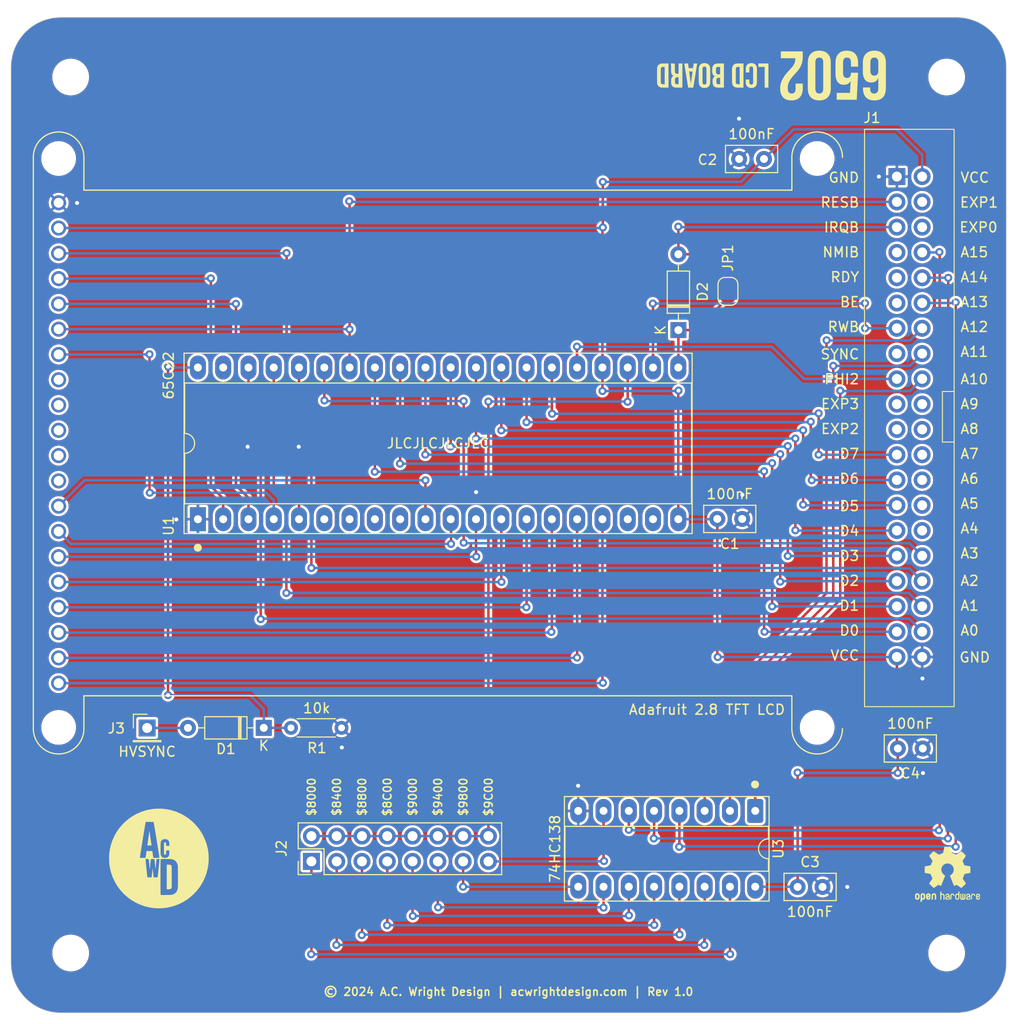
<source format=kicad_pcb>
(kicad_pcb (version 20241229) (generator "pcbnew") (generator_version "9.0")
  (title_block (title "6502 LCD Board") (date "2026-01-12") (rev "1.0") (company "A.C. Wright Design"))
  (layers (0 "F.Cu" signal "Top") (2 "B.Cu" signal "Bottom") (13 "F.Paste" user) (15 "B.Paste" user) (5 "F.SilkS" user "F.Silkscreen") (7 "B.SilkS" user "B.Silkscreen") (1 "F.Mask" user) (3 "B.Mask" user) (25 "Edge.Cuts" user))
  (net 0 "")
  (net 1 "GND")
  (net 2 "VCC")
  (net 3 "A0")
  (net 4 "A1")
  (net 5 "A2")
  (net 6 "A3")
  (net 7 "A10")
  (net 8 "A11")
  (net 9 "A12")
  (net 10 "A13")
  (net 11 "A14")
  (net 12 "A15")
  (net 13 "D0")
  (net 14 "D1")
  (net 15 "D2")
  (net 16 "D3")
  (net 17 "D4")
  (net 18 "D5")
  (net 19 "D6")
  (net 20 "D7")
  (net 21 "PHI2")
  (net 22 "RWB")
  (net 23 "RESB")
  (net 24 "IRQB")
  (net 25 "Net-(D1-K)")
  (net 26 "Net-(D1-A)")
  (net 27 "DB6")
  (net 29 "DB0")
  (net 30 "DB3")
  (net 31 "DB4")
  (net 34 "/$8000")
  (net 35 "CSB")
  (net 36 "/$9800")
  (net 37 "/$9000")
  (net 38 "/$8400")
  (net 39 "/$8800")
  (net 40 "/$8C00")
  (net 41 "/$9C00")
  (net 42 "/$9400")
  (net 43 "RD")
  (net 44 "DB2")
  (net 45 "DB5")
  (net 46 "WR")
  (net 47 "C{slash}D")
  (net 48 "DB1")
  (net 49 "DB7")
  (net 56 "/EXP3")
  (net 57 "/A5")
  (net 58 "/EXP2")
  (net 59 "/A4")
  (net 60 "/EXP1")
  (net 61 "/BE")
  (net 62 "Net-(D2-K)")
  (net 65 "/A7")
  (net 66 "/SYNC")
  (net 67 "/A8")
  (net 68 "/A9")
  (net 69 "/RDY")
  (net 70 "/A6")
  (net 71 "/NMIB")
  (net 72 "/EXP0")
  (net 74 "CS")
  (footprint "MountingHole:MountingHole_3.2mm_M3" (layer "F.Cu") (at 184 56)
    (property "Reference" "H2" (hide yes))
    (property "Value" "MountingHole" (hide yes))
  )
  (footprint "MountingHole:MountingHole_3.2mm_M3" (layer "F.Cu") (at 96 144)
    (property "Reference" "H4" (hide yes))
    (property "Value" "MountingHole" (hide yes))
  )
  (footprint "MountingHole:MountingHole_3.2mm_M3" (layer "F.Cu") (at 96 56)
    (property "Reference" "H1" (hide yes))
    (property "Value" "MountingHole" (hide yes))
  )
  (footprint "MountingHole:MountingHole_3.2mm_M3" (layer "F.Cu") (at 184 144)
    (property "Reference" "H3" (hide yes))
    (property "Value" "MountingHole" (hide yes))
  )
  (footprint "Capacitor_THT:C_Disc_D5.0mm_W2.5mm_P2.50mm" (layer "F.Cu") (at 169.03 137.36)
    (property "Reference" "C3")
    (property "Value" "100nF")
  )
  (footprint "Capacitor_THT:C_Disc_D5.0mm_W2.5mm_P2.50mm" (layer "F.Cu") (at 165.65 64.23 180)
    (property "Reference" "C2")
    (property "Value" "100nF")
  )
  (footprint "6502 Parts:Adafruit 2.8 TFT LCD" (layer "F.Cu") (at 132.89 92.76 90)
    (property "Reference" "U2" (hide yes))
    (property "Value" "Adafruit 2.8 TFT LCD")
  )
  (footprint "6502 Logos:6502 LCD Board Logo 5mm" (layer "F.Cu") (at 156.658475 55.849846 180)
    (property "Reference" "G***" (hide yes))
    (property "Value" "LOGO" (hide yes))
  )
  (footprint "Connector_PinHeader_2.54mm:PinHeader_1x01_P2.54mm_Vertical" (layer "F.Cu") (at 103.68 121.39)
    (property "Reference" "J3")
    (property "Value" "HVSYNC")
  )
  (footprint "Capacitor_THT:C_Disc_D5.0mm_W2.5mm_P2.50mm" (layer "F.Cu") (at 163.46 100.39 180)
    (property "Reference" "C1")
    (property "Value" "100nF")
  )
  (footprint "Resistor_THT:R_Axial_DIN0204_L3.6mm_D1.6mm_P5.08mm_Horizontal" (layer "F.Cu") (at 118.13 121.38)
    (property "Reference" "R1")
    (property "Value" "10k")
  )
  (footprint "Package_DIP:DIP-16_W7.62mm_Socket_LongPads" (layer "F.Cu") (at 164.77 129.72 -90)
    (property "Reference" "U3")
    (property "Value" "74HC138")
  )
  (footprint "Diode_THT:D_DO-35_SOD27_P7.62mm_Horizontal" (layer "F.Cu") (at 115.4 121.38 180)
    (property "Reference" "D1")
    (property "Value" "D_Schottky" (hide yes))
  )
  (footprint "A.C. Wright Logo:A.C. Wright Logo 10mm" (layer "F.Cu") (at 104.86 134.5)
    (property "Reference" "G***" (hide yes))
    (property "Value" "LOGO" (hide yes))
  )
  (footprint "Package_DIP:DIP-40_W15.24mm_Socket_LongPads" (layer "F.Cu") (at 108.78 100.42 90)
    (property "Reference" "U1")
    (property "Value" "65C22")
  )
  (footprint "Symbol:OSHW-Logo2_7.3x6mm_SilkScreen" (layer "F.Cu") (at 184.09 136.09)
    (property "Reference" "REF**" (hide yes))
    (property "Value" "OSHW-Logo2_7.3x6mm_SilkScreen" (hide yes))
  )
  (footprint "Capacitor_THT:C_Disc_D5.0mm_W2.5mm_P2.50mm" (layer "F.Cu") (at 181.6 123.45 180)
    (property "Reference" "C4")
    (property "Value" "100nF")
  )
  (footprint "Diode_THT:D_DO-35_SOD27_P7.62mm_Horizontal" (layer "F.Cu") (at 157.05 81.42 90)
    (property "Reference" "D2")
    (property "Value" "D_Schottky" (hide yes))
  )
  (footprint "Connector_PinHeader_2.54mm:PinHeader_2x08_P2.54mm_Vertical" (layer "F.Cu") (at 120.185 134.795 90)
    (property "Reference" "J2")
    (property "Value" "Conn_02x08_Odd_Even" (hide yes))
  )
  (footprint "6502 Parts:6502 Bus Connector" (layer "F.Cu") (at 179 66)
    (property "Reference" "J1")
    (property "Value" "6502 Bus" (hide yes))
  )
  (footprint "Jumper:SolderJumper-2_P1.3mm_Bridged_RoundedPad1.0x1.5mm" (layer "F.Cu") (at 162.03 77.53 90)
    (property "Reference" "JP1")
    (property "Value" "SolderJumper_2_Bridged" (hide yes))
  )
  (gr_circle (center 108.77 103.28) (end 108.97 103.28) (stroke (width 0.4)) (fill no) (layer "F.SilkS"))
  (gr_circle (center 164.75 127.07) (end 164.95 127.07) (stroke (width 0.4)) (fill no) (layer "F.SilkS"))
  (gr_line (start 90.0011 145.0036) (end 90.0011 55.0036) (stroke (width 0.05)) (layer "Edge.Cuts"))
  (gr_arc (start 95.0011 150.0036) (mid 91.465566 148.539134) (end 90.0011 145.0036) (stroke (width 0.05)) (layer "Edge.Cuts"))
  (gr_line (start 190.0011 55.0036) (end 190.0011 145.0036) (stroke (width 0.05)) (layer "Edge.Cuts"))
  (gr_arc (start 190.0011 145.0036) (mid 188.536634 148.539134) (end 185.0011 150.0036) (stroke (width 0.05)) (layer "Edge.Cuts"))
  (gr_arc (start 185.0011 50.0036) (mid 188.536634 51.468066) (end 190.0011 55.0036) (stroke (width 0.05)) (layer "Edge.Cuts"))
  (gr_line (start 95.0011 50.0036) (end 185.0011 50.0036) (stroke (width 0.05)) (layer "Edge.Cuts"))
  (gr_line (start 185.0011 150.0036) (end 95.0011 150.0036) (stroke (width 0.05)) (layer "Edge.Cuts"))
  (gr_arc (start 90.0011 55.0036) (mid 91.465566 51.468066) (end 95.0011 50.0036) (stroke (width 0.05)) (layer "Edge.Cuts"))
  (gr_text "VCC" (at 175.3 114.1 0) (layer "F.SilkS") (effects (font (size 1 1)) (justify right)))
  (gr_text "A10" (at 185.3 86.35 0) (layer "F.SilkS") (effects (font (size 1 1)) (justify left)))
  (gr_text "A2" (at 185.3 106.6 0) (layer "F.SilkS") (effects (font (size 1 1)) (justify left)))
  (gr_text "GND\n" (at 175.3 66.1 0) (layer "F.SilkS") (effects (font (size 1 1)) (justify right)))
  (gr_text "D0" (at 175.3 111.6 0) (layer "F.SilkS") (effects (font (size 1 1)) (justify right)))
  (gr_text "$8400" (at 122.74 128.31 90) (layer "F.SilkS") (effects (font (size 0.8 0.8))))
  (gr_text "$8000" (at 120.2 128.31 90) (layer "F.SilkS") (effects (font (size 0.8 0.8))))
  (gr_text "RWB" (at 175.3 81.1 0) (layer "F.SilkS") (effects (font (size 1 1)) (justify right)))
  (gr_text "BE" (at 175.3 78.6 0) (layer "F.SilkS") (effects (font (size 1 1)) (justify right)))
  (gr_text "RESB" (at 175.3 68.6 0) (layer "F.SilkS") (effects (font (size 1 1)) (justify right)))
  (gr_text "$9C00" (at 137.98 128.31 90) (layer "F.SilkS") (effects (font (size 0.8 0.8))))
  (gr_text "A3" (at 185.3 103.85 0) (layer "F.SilkS") (effects (font (size 1 1)) (justify left)))
  (gr_text "EXP2" (at 175.3 91.35 0) (layer "F.SilkS") (effects (font (size 1 1)) (justify right)))
  (gr_text "D5" (at 175.3 99.1 0) (layer "F.SilkS") (effects (font (size 1 1)) (justify right)))
  (gr_text "A13" (at 185.3 78.6 0) (layer "F.SilkS") (effects (font (size 1 1)) (justify left)))
  (gr_text "D2" (at 175.3 106.6 0) (layer "F.SilkS") (effects (font (size 1 1)) (justify right)))
  (gr_text "D3" (at 175.3 104.1 0) (layer "F.SilkS") (effects (font (size 1 1)) (justify right)))
  (gr_text "EXP0" (at 185.2 71.1 0) (layer "F.SilkS") (effects (font (size 1 1)) (justify left)))
  (gr_text "A6" (at 185.3 96.35 0) (layer "F.SilkS") (effects (font (size 1 1)) (justify left)))
  (gr_text "A7" (at 185.3 93.85 0) (layer "F.SilkS") (effects (font (size 1 1)) (justify left)))
  (gr_text "$8C00" (at 127.82 128.31 90) (layer "F.SilkS") (effects (font (size 0.8 0.8))))
  (gr_text "JLCJLCJLCJLC" (at 132.905 92.795 0) (layer "F.SilkS") (effects (font (size 1 1))))
  (gr_text "A0" (at 185.3 111.6 0) (layer "F.SilkS") (effects (font (size 1 1)) (justify left)))
  (gr_text "D7" (at 175.3 93.85 0) (layer "F.SilkS") (effects (font (size 1 1)) (justify right)))
  (gr_text "D6" (at 175.3 96.35 0) (layer "F.SilkS") (effects (font (size 1 1)) (justify right)))
  (gr_text "$9000" (at 130.36 128.31 90) (layer "F.SilkS") (effects (font (size 0.8 0.8))))
  (gr_text "A11" (at 185.3 83.6 0) (layer "F.SilkS") (effects (font (size 1 1)) (justify left)))
  (gr_text "A12" (at 185.3 81.1 0) (layer "F.SilkS") (effects (font (size 1 1)) (justify left)))
  (gr_text "SYNC" (at 175.3 83.85 0) (layer "F.SilkS") (effects (font (size 1 1)) (justify right)))
  (gr_text "D4" (at 175.3 101.6 0) (layer "F.SilkS") (effects (font (size 1 1)) (justify right)))
  (gr_text "IRQB" (at 175.3 71.1 0) (layer "F.SilkS") (effects (font (size 1 1)) (justify right)))
  (gr_text "A9" (at 185.3 88.85 0) (layer "F.SilkS") (effects (font (size 1 1)) (justify left)))
  (gr_text "A14" (at 185.3 76.1 0) (layer "F.SilkS") (effects (font (size 1 1)) (justify left)))
  (gr_text "EXP1" (at 185.25 68.6 0) (layer "F.SilkS") (effects (font (size 1 1)) (justify left)))
  (gr_text "GND\n" (at 185.2 114.3 0) (layer "F.SilkS") (effects (font (size 1 1)) (justify left)))
  (gr_text "A1" (at 185.3 109.1 0) (layer "F.SilkS") (effects (font (size 1 1)) (justify left)))
  (gr_text "RDY" (at 175.3 76.1 0) (layer "F.SilkS") (effects (font (size 1 1)) (justify right)))
  (gr_text "A8" (at 185.3 91.35 0) (layer "F.SilkS") (effects (font (size 1 1)) (justify left)))
  (gr_text "NMIB" (at 175.3 73.6 0) (layer "F.SilkS") (effects (font (size 1 1)) (justify right)))
  (gr_text "D1" (at 175.3 109.1 0) (layer "F.SilkS") (effects (font (size 1 1)) (justify right)))
  (gr_text "EXP3" (at 175.3 88.85 0) (layer "F.SilkS") (effects (font (size 1 1)) (justify right)))
  (gr_text "$9800" (at 135.44 128.31 90) (layer "F.SilkS") (effects (font (size 0.8 0.8))))
  (gr_text "VCC" (at 185.3 66.1 0) (layer "F.SilkS") (effects (font (size 1 1)) (justify left)))
  (gr_text "$8800" (at 125.28 128.31 90) (layer "F.SilkS") (effects (font (size 0.8 0.8))))
  (gr_text "A15" (at 185.3 73.6 0) (layer "F.SilkS") (effects (font (size 1 1)) (justify left)))
  (gr_text "PHI2" (at 175.3 86.35 0) (layer "F.SilkS") (effects (font (size 1 1)) (justify right)))
  (gr_text "$9400" (at 132.9 128.31 90) (layer "F.SilkS") (effects (font (size 0.8 0.8))))
  (gr_text "© 2024 A.C. Wright Design | acwrightdesign.com | Rev 1.0" (at 139.98 147.89 0) (layer "F.SilkS") (effects (font (size 0.8 0.8))))
  (gr_text "A5" (at 185.3 98.85 0) (layer "F.SilkS") (effects (font (size 1 1)) (justify left)))
  (gr_text "A4" (at 185.3 101.35 0) (layer "F.SilkS") (effects (font (size 1 1)) (justify left)))
  (via (at 163.48 97.97) (size 0.8) (drill 0.4) (layers "F.Cu" "B.Cu") (net 1))
  (via (at 181.62 125.92) (size 0.8) (drill 0.4) (layers "F.Cu" "B.Cu") (net 1))
  (via (at 113.78 93.14) (size 0.8) (drill 0.4) (layers "F.Cu" "B.Cu") (net 1))
  (via (at 177.19 66) (size 0.8) (drill 0.4) (layers "F.Cu" "B.Cu") (net 1))
  (via (at 181.57 116.42) (size 0.8) (drill 0.4) (layers "F.Cu" "B.Cu") (net 1))
  (via (at 96.64 68.65) (size 0.8) (drill 0.4) (layers "F.Cu" "B.Cu") (net 1))
  (via (at 163.14 60.18) (size 0.8) (drill 0.4) (layers "F.Cu" "B.Cu") (net 1))
  (via (at 106.61 100.45) (size 0.8) (drill 0.4) (layers "F.Cu" "B.Cu") (net 1))
  (via (at 174.02 137.36) (size 0.8) (drill 0.4) (layers "F.Cu" "B.Cu") (net 1))
  (via (at 136.73 97.7) (size 0.8) (drill 0.4) (layers "F.Cu" "B.Cu") (net 1))
  (via (at 118.91 93.14) (size 0.8) (drill 0.4) (layers "F.Cu" "B.Cu") (net 1))
  (via (at 123.24 123.35) (size 0.8) (drill 0.4) (layers "F.Cu" "B.Cu") (net 1))
  (via (at 146.98 127.2) (size 0.8) (drill 0.4) (layers "F.Cu" "B.Cu") (net 1))
  (segment (start 160.96 114.23) (end 160.96 100.39) (width 0.25) (layer "F.Cu") (net 2))
  (segment (start 157.06 87.5) (end 157.04 87.52) (width 0.25) (layer "F.Cu") (net 2))
  (segment (start 149.46 71.11) (end 149.42 71.15) (width 0.25) (layer "F.Cu") (net 2))
  (segment (start 179 114.26) (end 179 123.35) (width 0.25) (layer "F.Cu") (net 2))
  (segment (start 157.04 87.52) (end 157.04 100.42) (width 0.25) (layer "F.Cu") (net 2))
  (segment (start 149.42 71.15) (end 149.42 85.18) (width 0.25) (layer "F.Cu") (net 2))
  (segment (start 179.09 123.46) (end 179.1 123.45) (width 0.25) (layer "F.Cu") (net 2))
  (segment (start 179.09 125.91) (end 179.09 123.46) (width 0.25) (layer "F.Cu") (net 2))
  (segment (start 179 123.35) (end 179.1 123.45) (width 0.25) (layer "F.Cu") (net 2))
  (segment (start 149.42 85.18) (end 149.42 87.54) (width 0.25) (layer "F.Cu") (net 2))
  (segment (start 161 114.27) (end 160.96 114.23) (width 0.25) (layer "F.Cu") (net 2))
  (segment (start 169.03 137.36) (end 169.03 125.88) (width 0.25) (layer "F.Cu") (net 2))
  (segment (start 149.46 71.11) (end 149.46 66.53) (width 0.25) (layer "F.Cu") (net 2))
  (segment (start 169.03 125.88) (end 169.02 125.87) (width 0.25) (layer "F.Cu") (net 2))
  (via (at 149.42 87.54) (size 0.8) (drill 0.4) (layers "F.Cu" "B.Cu") (net 2))
  (via (at 179.09 125.91) (size 0.8) (drill 0.4) (layers "F.Cu" "B.Cu") (net 2))
  (via (at 169.02 125.87) (size 0.8) (drill 0.4) (layers "F.Cu" "B.Cu") (net 2))
  (via (at 149.46 66.53) (size 0.8) (drill 0.4) (layers "F.Cu" "B.Cu") (net 2))
  (via (at 149.46 71.11) (size 0.8) (drill 0.4) (layers "F.Cu" "B.Cu") (net 2))
  (via (at 157.06 87.5) (size 0.8) (drill 0.4) (layers "F.Cu" "B.Cu") (net 2))
  (via (at 161 114.27) (size 0.8) (drill 0.4) (layers "F.Cu" "B.Cu") (net 2))
  (segment (start 169.02 125.87) (end 169.06 125.91) (width 0.25) (layer "B.Cu") (net 2))
  (segment (start 157.02 87.54) (end 157.06 87.5) (width 0.25) (layer "B.Cu") (net 2))
  (segment (start 168.63 61.25) (end 179 61.25) (width 0.25) (layer "B.Cu") (net 2))
  (segment (start 181.54 63.79) (end 181.54 66) (width 0.25) (layer "B.Cu") (net 2))
  (segment (start 160.93 100.42) (end 160.96 100.39) (width 0.25) (layer "B.Cu") (net 2))
  (segment (start 163.35 66.53) (end 165.65 64.23) (width 0.25) (layer "B.Cu") (net 2))
  (segment (start 157.04 100.42) (end 160.93 100.42) (width 0.25) (layer "B.Cu") (net 2))
  (segment (start 169.01 137.34) (end 169.03 137.36) (width 0.25) (layer "B.Cu") (net 2))
  (segment (start 149.4 71.17) (end 149.46 71.11) (width 0.25) (layer "B.Cu") (net 2))
  (segment (start 169.06 125.91) (end 179.09 125.91) (width 0.25) (layer "B.Cu") (net 2))
  (segment (start 164.77 137.34) (end 169.01 137.34) (width 0.25) (layer "B.Cu") (net 2))
  (segment (start 179 61.25) (end 181.54 63.79) (width 0.25) (layer "B.Cu") (net 2))
  (segment (start 161.01 114.26) (end 161 114.27) (width 0.25) (layer "B.Cu") (net 2))
  (segment (start 179 114.26) (end 161.01 114.26) (width 0.25) (layer "B.Cu") (net 2))
  (segment (start 165.65 64.23) (end 168.63 61.25) (width 0.25) (layer "B.Cu") (net 2))
  (segment (start 94.79 71.17) (end 149.4 71.17) (width 0.25) (layer "B.Cu") (net 2))
  (segment (start 149.42 87.54) (end 157.02 87.54) (width 0.25) (layer "B.Cu") (net 2))
  (segment (start 149.46 66.53) (end 163.35 66.53) (width 0.25) (layer "B.Cu") (net 2))
  (segment (start 115.09 110.46) (end 115.09 89.66) (width 0.25) (layer "F.Cu") (net 3))
  (segment (start 113.86 88.43) (end 113.86 85.18) (width 0.25) (layer "F.Cu") (net 3))
  (segment (start 115.09 89.66) (end 113.86 88.43) (width 0.25) (layer "F.Cu") (net 3))
  (via (at 115.09 110.46) (size 0.8) (drill 0.4) (layers "F.Cu" "B.Cu") (net 3))
  (segment (start 180.23 110.41) (end 179.08 110.41) (width 0.25) (layer "B.Cu") (net 3))
  (segment (start 115.14 110.41) (end 115.09 110.46) (width 0.25) (layer "B.Cu") (net 3))
  (segment (start 179.08 110.41) (end 115.14 110.41) (width 0.25) (layer "B.Cu") (net 3))
  (segment (start 181.54 111.72) (end 180.23 110.41) (width 0.25) (layer "B.Cu") (net 3))
  (segment (start 116.4 97.31) (end 116.4 85.18) (width 0.25) (layer "F.Cu") (net 4))
  (segment (start 117.67 98.58) (end 116.4 97.31) (width 0.25) (layer "F.Cu") (net 4))
  (segment (start 117.67 107.83) (end 117.67 98.58) (width 0.25) (layer "F.Cu") (net 4))
  (via (at 117.67 107.83) (size 0.8) (drill 0.4) (layers "F.Cu" "B.Cu") (net 4))
  (segment (start 181.54 109.18) (end 180.19 107.83) (width 0.25) (layer "B.Cu") (net 4))
  (segment (start 179.11 107.83) (end 117.67 107.83) (width 0.25) (layer "B.Cu") (net 4))
  (segment (start 180.19 107.83) (end 179.11 107.83) (width 0.25) (layer "B.Cu") (net 4))
  (segment (start 118.94 87.38) (end 118.94 85.18) (width 0.25) (layer "F.Cu") (net 5))
  (segment (start 120.18 105.32) (end 120.18 88.62) (width 0.25) (layer "F.Cu") (net 5))
  (segment (start 120.18 88.62) (end 118.94 87.38) (width 0.25) (layer "F.Cu") (net 5))
  (via (at 120.18 105.32) (size 0.8) (drill 0.4) (layers "F.Cu" "B.Cu") (net 5))
  (segment (start 179.03 105.32) (end 120.18 105.32) (width 0.25) (layer "B.Cu") (net 5))
  (segment (start 181.54 106.64) (end 180.26 105.36) (width 0.25) (layer "B.Cu") (net 5))
  (segment (start 179.07 105.36) (end 179.03 105.32) (width 0.25) (layer "B.Cu") (net 5))
  (segment (start 180.26 105.36) (end 179.07 105.36) (width 0.25) (layer "B.Cu") (net 5))
  (segment (start 121.48 88.48) (end 121.48 85.18) (width 0.25) (layer "F.Cu") (net 6))
  (segment (start 121.49 88.49) (end 121.48 88.48) (width 0.25) (layer "F.Cu") (net 6))
  (segment (start 135.48 102.78) (end 135.48 88.55) (width 0.25) (layer "F.Cu") (net 6))
  (via (at 135.48 88.55) (size 0.8) (drill 0.4) (layers "F.Cu" "B.Cu") (net 6))
  (via (at 135.48 102.78) (size 0.8) (drill 0.4) (layers "F.Cu" "B.Cu") (net 6))
  (via (at 121.49 88.49) (size 0.8) (drill 0.4) (layers "F.Cu" "B.Cu") (net 6))
  (segment (start 181.54 104.1) (end 180.27 102.83) (width 0.25) (layer "B.Cu") (net 6))
  (segment (start 135.48 88.55) (end 121.55 88.55) (width 0.25) (layer "B.Cu") (net 6))
  (segment (start 179.24 102.83) (end 135.53 102.83) (width 0.25) (layer "B.Cu") (net 6))
  (segment (start 180.27 102.83) (end 179.24 102.83) (width 0.25) (layer "B.Cu") (net 6))
  (segment (start 121.55 88.55) (end 121.49 88.49) (width 0.25) (layer "B.Cu") (net 6))
  (segment (start 135.53 102.83) (end 135.48 102.78) (width 0.25) (layer "B.Cu") (net 6))
  (segment (start 164.77 117.04) (end 164.77 129.72) (width 0.25) (layer "F.Cu") (net 7))
  (segment (start 173.31 108.5) (end 164.77 117.04) (width 0.25) (layer "F.Cu") (net 7))
  (segment (start 173.31 87.51) (end 173.31 108.5) (width 0.25) (layer "F.Cu") (net 7))
  (via (at 173.31 87.51) (size 0.8) (drill 0.4) (layers "F.Cu" "B.Cu") (net 7))
  (segment (start 173.35 87.55) (end 173.31 87.51) (width 0.25) (layer "B.Cu") (net 7))
  (segment (start 180.31 87.55) (end 178.88 87.55) (width 0.25) (layer "B.Cu") (net 7))
  (segment (start 181.54 86.32) (end 180.31 87.55) (width 0.25) (layer "B.Cu") (net 7))
  (segment (start 178.88 87.55) (end 173.35 87.55) (width 0.25) (layer "B.Cu") (net 7))
  (segment (start 172.61 85.01) (end 172.61 108.22) (width 0.25) (layer "F.Cu") (net 8))
  (segment (start 162.23 118.6) (end 162.23 129.72) (width 0.25) (layer "F.Cu") (net 8))
  (segment (start 172.61 108.22) (end 162.23 118.6) (width 0.25) (layer "F.Cu") (net 8))
  (via (at 172.61 85.01) (size 0.8) (drill 0.4) (layers "F.Cu" "B.Cu") (net 8))
  (segment (start 181.54 83.78) (end 180.3 85.02) (width 0.25) (layer "B.Cu") (net 8))
  (segment (start 172.62 85.02) (end 172.61 85.01) (width 0.25) (layer "B.Cu") (net 8))
  (segment (start 180.3 85.02) (end 179.1 85.02) (width 0.25) (layer "B.Cu") (net 8))
  (segment (start 179.1 85.02) (end 172.62 85.02) (width 0.25) (layer "B.Cu") (net 8))
  (segment (start 171.94 82.44) (end 171.93 82.45) (width 0.25) (layer "F.Cu") (net 9))
  (segment (start 159.69 120.09) (end 159.69 129.72) (width 0.25) (layer "F.Cu") (net 9))
  (segment (start 171.93 107.85) (end 159.69 120.09) (width 0.25) (layer "F.Cu") (net 9))
  (segment (start 171.93 82.45) (end 171.93 107.85) (width 0.25) (layer "F.Cu") (net 9))
  (via (at 171.94 82.44) (size 0.8) (drill 0.4) (layers "F.Cu" "B.Cu") (net 9))
  (segment (start 181.54 81.24) (end 180.31 82.47) (width 0.25) (layer "B.Cu") (net 9))
  (segment (start 178.88 82.47) (end 171.97 82.47) (width 0.25) (layer "B.Cu") (net 9))
  (segment (start 171.97 82.47) (end 171.94 82.44) (width 0.25) (layer "B.Cu") (net 9))
  (segment (start 180.31 82.47) (end 178.88 82.47) (width 0.25) (layer "B.Cu") (net 9))
  (segment (start 157.13 133.33) (end 157.13 133.11) (width 0.25) (layer "F.Cu") (net 10))
  (segment (start 184.91 78.63) (end 184.91 133.33) (width 0.25) (layer "F.Cu") (net 10))
  (segment (start 157.13 133.11) (end 157.15 133.09) (width 0.25) (layer "F.Cu") (net 10))
  (segment (start 157.15 133.09) (end 157.15 129.72) (width 0.25) (layer "F.Cu") (net 10))
  (via (at 184.91 78.63) (size 0.8) (drill 0.4) (layers "F.Cu" "B.Cu") (net 10))
  (via (at 157.13 133.33) (size 0.8) (drill 0.4) (layers "F.Cu" "B.Cu") (net 10))
  (via (at 184.91 133.33) (size 0.8) (drill 0.4) (layers "F.Cu" "B.Cu") (net 10))
  (segment (start 157.17 133.29) (end 184.87 133.29) (width 0.25) (layer "B.Cu") (net 10))
  (segment (start 184.87 133.29) (end 184.91 133.33) (width 0.25) (layer "B.Cu") (net 10))
  (segment (start 181.54 78.7) (end 184.84 78.7) (width 0.25) (layer "B.Cu") (net 10))
  (segment (start 184.84 78.7) (end 184.91 78.63) (width 0.25) (layer "B.Cu") (net 10))
  (segment (start 157.13 133.33) (end 157.17 133.29) (width 0.25) (layer "B.Cu") (net 10))
  (segment (start 154.58 132.04) (end 154.61 132.01) (width 0.25) (layer "F.Cu") (net 11))
  (segment (start 184.16 95.24) (end 184.13 95.27) (width 0.25) (layer "F.Cu") (net 11))
  (segment (start 184.16 76.17) (end 184.16 95.24) (width 0.25) (layer "F.Cu") (net 11))
  (segment (start 184.13 95.27) (end 184.13 132.49) (width 0.25) (layer "F.Cu") (net 11))
  (segment (start 154.61 132.01) (end 154.61 129.72) (width 0.25) (layer "F.Cu") (net 11))
  (segment (start 154.58 132.49) (end 154.58 132.04) (width 0.25) (layer "F.Cu") (net 11))
  (via (at 154.58 132.49) (size 0.8) (drill 0.4) (layers "F.Cu" "B.Cu") (net 11))
  (via (at 184.16 76.17) (size 0.8) (drill 0.4) (layers "F.Cu" "B.Cu") (net 11))
  (via (at 184.13 132.49) (size 0.8) (drill 0.4) (layers "F.Cu" "B.Cu") (net 11))
  (segment (start 184.13 132.49) (end 154.58 132.49) (width 0.25) (layer "B.Cu") (net 11))
  (segment (start 184.15 76.16) (end 184.16 76.17) (width 0.25) (layer "B.Cu") (net 11))
  (segment (start 181.54 76.16) (end 184.15 76.16) (width 0.25) (layer "B.Cu") (net 11))
  (segment (start 152.07 131.62) (end 152.07 129.72) (width 0.25) (layer "F.Cu") (net 12))
  (segment (start 183.22 131.67) (end 183.25 131.67) (width 0.25) (layer "F.Cu") (net 12))
  (segment (start 183.25 131.67) (end 183.3 131.62) (width 0.25) (layer "F.Cu") (net 12))
  (segment (start 183.3 131.62) (end 183.3 73.61) (width 0.25) (layer "F.Cu") (net 12))
  (segment (start 183.3 73.61) (end 183.27 73.58) (width 0.25) (layer "F.Cu") (net 12))
  (via (at 152.07 131.62) (size 0.8) (drill 0.4) (layers "F.Cu" "B.Cu") (net 12))
  (via (at 183.27 73.58) (size 0.8) (drill 0.4) (layers "F.Cu" "B.Cu") (net 12))
  (via (at 183.22 131.67) (size 0.8) (drill 0.4) (layers "F.Cu" "B.Cu") (net 12))
  (segment (start 181.54 73.62) (end 183.23 73.62) (width 0.25) (layer "B.Cu") (net 12))
  (segment (start 183.22 131.67) (end 152.12 131.67) (width 0.25) (layer "B.Cu") (net 12))
  (segment (start 183.23 73.62) (end 183.27 73.58) (width 0.25) (layer "B.Cu") (net 12))
  (segment (start 152.12 131.67) (end 152.07 131.62) (width 0.25) (layer "B.Cu") (net 12))
  (segment (start 126.56 85.18) (end 126.56 95.64) (width 0.25) (layer "F.Cu") (net 13))
  (segment (start 126.56 95.64) (end 126.55 95.65) (width 0.25) (layer "F.Cu") (net 13))
  (segment (start 165.66 111.68) (end 165.7 111.72) (width 0.25) (layer "F.Cu") (net 13))
  (segment (start 165.66 95.6) (end 165.66 111.68) (width 0.25) (layer "F.Cu") (net 13))
  (via (at 165.66 95.6) (size 0.8) (drill 0.4) (layers "F.Cu" "B.Cu") (net 13))
  (via (at 126.55 95.65) (size 0.8) (drill 0.4) (layers "F.Cu" "B.Cu") (net 13))
  (via (at 165.7 111.72) (size 0.8) (drill 0.4) (layers "F.Cu" "B.Cu") (net 13))
  (segment (start 165.7 111.72) (end 179 111.72) (width 0.25) (layer "B.Cu") (net 13))
  (segment (start 165.61 95.65) (end 165.66 95.6) (width 0.25) (layer "B.Cu") (net 13))
  (segment (start 126.55 95.65) (end 165.61 95.65) (width 0.25) (layer "B.Cu") (net 13))
  (segment (start 129.1 94.82) (end 129.08 94.84) (width 0.25) (layer "F.Cu") (net 14))
  (segment (start 166.47 94.79) (end 166.47 109.18) (width 0.25) (layer "F.Cu") (net 14))
  (segment (start 129.1 85.18) (end 129.1 94.82) (width 0.25) (layer "F.Cu") (net 14))
  (via (at 166.47 94.79) (size 0.8) (drill 0.4) (layers "F.Cu" "B.Cu") (net 14))
  (via (at 129.08 94.84) (size 0.8) (drill 0.4) (layers "F.Cu" "B.Cu") (net 14))
  (via (at 166.47 109.18) (size 0.8) (drill 0.4) (layers "F.Cu" "B.Cu") (net 14))
  (segment (start 129.08 94.84) (end 166.42 94.84) (width 0.25) (layer "B.Cu") (net 14))
  (segment (start 166.42 94.84) (end 166.47 94.79) (width 0.25) (layer "B.Cu") (net 14))
  (segment (start 166.47 109.18) (end 179 109.18) (width 0.25) (layer "B.Cu") (net 14))
  (segment (start 167.28 93.88) (end 167.28 106.69) (width 0.25) (layer "F.Cu") (net 15))
  (segment (start 131.64 85.18) (end 131.64 93.91) (width 0.25) (layer "F.Cu") (net 15))
  (segment (start 131.64 93.91) (end 131.62 93.93) (width 0.25) (layer "F.Cu") (net 15))
  (via (at 131.62 93.93) (size 0.8) (drill 0.4) (layers "F.Cu" "B.Cu") (net 15))
  (via (at 167.28 93.88) (size 0.8) (drill 0.4) (layers "F.Cu" "B.Cu") (net 15))
  (via (at 167.28 106.69) (size 0.8) (drill 0.4) (layers "F.Cu" "B.Cu") (net 15))
  (segment (start 167.28 106.69) (end 167.33 106.64) (width 0.25) (layer "B.Cu") (net 15))
  (segment (start 167.33 106.64) (end 179 106.64) (width 0.25) (layer "B.Cu") (net 15))
  (segment (start 167.23 93.93) (end 167.28 93.88) (width 0.25) (layer "B.Cu") (net 15))
  (segment (start 131.62 93.93) (end 167.23 93.93) (width 0.25) (layer "B.Cu") (net 15))
  (segment (start 168.04 93.07) (end 168.04 104.11) (width 0.25) (layer "F.Cu") (net 16))
  (segment (start 134.18 93.09) (end 134.15 93.12) (width 0.25) (layer "F.Cu") (net 16))
  (segment (start 134.18 85.18) (end 134.18 93.09) (width 0.25) (layer "F.Cu") (net 16))
  (via (at 134.15 93.12) (size 0.8) (drill 0.4) (layers "F.Cu" "B.Cu") (net 16))
  (via (at 168.04 93.07) (size 0.8) (drill 0.4) (layers "F.Cu" "B.Cu") (net 16))
  (via (at 168.04 104.11) (size 0.8) (drill 0.4) (layers "F.Cu" "B.Cu") (net 16))
  (segment (start 168.04 104.11) (end 169.1 104.11) (width 0.25) (layer "B.Cu") (net 16))
  (segment (start 167.99 93.12) (end 168.04 93.07) (width 0.25) (layer "B.Cu") (net 16))
  (segment (start 169.11 104.1) (end 179 104.1) (width 0.25) (layer "B.Cu") (net 16))
  (segment (start 169.1 104.11) (end 169.11 104.1) (width 0.25) (layer "B.Cu") (net 16))
  (segment (start 134.15 93.12) (end 167.99 93.12) (width 0.25) (layer "B.Cu") (net 16))
  (segment (start 168.8 92.31) (end 168.8 101.53) (width 0.25) (layer "F.Cu") (net 17))
  (segment (start 136.72 85.18) (end 136.72 92.3) (width 0.25) (layer "F.Cu") (net 17))
  (segment (start 136.72 92.3) (end 136.73 92.31) (width 0.25) (layer "F.Cu") (net 17))
  (via (at 168.8 92.31) (size 0.8) (drill 0.4) (layers "F.Cu" "B.Cu") (net 17))
  (via (at 168.8 101.53) (size 0.8) (drill 0.4) (layers "F.Cu" "B.Cu") (net 17))
  (via (at 136.73 92.31) (size 0.8) (drill 0.4) (layers "F.Cu" "B.Cu") (net 17))
  (segment (start 168.83 101.56) (end 179 101.56) (width 0.25) (layer "B.Cu") (net 17))
  (segment (start 168.8 101.53) (end 168.83 101.56) (width 0.25) (layer "B.Cu") (net 17))
  (segment (start 136.73 92.31) (end 168.8 92.31) (width 0.25) (layer "B.Cu") (net 17))
  (segment (start 169.58 91.48) (end 169.58 98.96) (width 0.25) (layer "F.Cu") (net 18))
  (segment (start 139.26 85.18) (end 139.26 91.5) (width 0.25) (layer "F.Cu") (net 18))
  (via (at 169.58 98.96) (size 0.8) (drill 0.4) (layers "F.Cu" "B.Cu") (net 18))
  (via (at 169.58 91.48) (size 0.8) (drill 0.4) (layers "F.Cu" "B.Cu") (net 18))
  (via (at 139.26 91.5) (size 0.8) (drill 0.4) (layers "F.Cu" "B.Cu") (net 18))
  (segment (start 169.58 91.48) (end 169.42 91.48) (width 0.25) (layer "B.Cu") (net 18))
  (segment (start 169.64 99.02) (end 179 99.02) (width 0.25) (layer "B.Cu") (net 18))
  (segment (start 169.42 91.48) (end 169.4 91.5) (width 0.25) (layer "B.Cu") (net 18))
  (segment (start 169.58 98.96) (end 169.64 99.02) (width 0.25) (layer "B.Cu") (net 18))
  (segment (start 169.4 91.5) (end 139.26 91.5) (width 0.25) (layer "B.Cu") (net 18))
  (segment (start 141.8 85.18) (end 141.8 90.66) (width 0.25) (layer "F.Cu") (net 19))
  (segment (start 141.8 90.66) (end 141.79 90.67) (width 0.25) (layer "F.Cu") (net 19))
  (segment (start 170.35 90.62) (end 170.35 96.4) (width 0.25) (layer "F.Cu") (net 19))
  (segment (start 170.35 96.4) (end 170.45 96.5) (width 0.25) (layer "F.Cu") (net 19))
  (via (at 170.45 96.5) (size 0.8) (drill 0.4) (layers "F.Cu" "B.Cu") (net 19))
  (via (at 141.79 90.67) (size 0.8) (drill 0.4) (layers "F.Cu" "B.Cu") (net 19))
  (via (at 170.35 90.62) (size 0.8) (drill 0.4) (layers "F.Cu" "B.Cu") (net 19))
  (segment (start 170.45 96.5) (end 170.47 96.48) (width 0.25) (layer "B.Cu") (net 19))
  (segment (start 170.47 96.48) (end 179 96.48) (width 0.25) (layer "B.Cu") (net 19))
  (segment (start 141.79 90.67) (end 170.3 90.67) (width 0.25) (layer "B.Cu") (net 19))
  (segment (start 170.3 90.67) (end 170.35 90.62) (width 0.25) (layer "B.Cu") (net 19))
  (segment (start 144.34 85.18) (end 144.34 89.81) (width 0.25) (layer "F.Cu") (net 20))
  (segment (start 171.14 89.78) (end 171.14 93.94) (width 0.25) (layer "F.Cu") (net 20))
  (segment (start 144.34 89.81) (end 144.36 89.83) (width 0.25) (layer "F.Cu") (net 20))
  (via (at 171.14 89.78) (size 0.8) (drill 0.4) (layers "F.Cu" "B.Cu") (net 20))
  (via (at 144.36 89.83) (size 0.8) (drill 0.4) (layers "F.Cu" "B.Cu") (net 20))
  (via (at 171.14 93.94) (size 0.8) (drill 0.4) (layers "F.Cu" "B.Cu") (net 20))
  (segment (start 171.09 89.83) (end 171.14 89.78) (width 0.25) (layer "B.Cu") (net 20))
  (segment (start 171.14 93.94) (end 179 93.94) (width 0.25) (layer "B.Cu") (net 20))
  (segment (start 144.36 89.83) (end 171.09 89.83) (width 0.25) (layer "B.Cu") (net 20))
  (segment (start 146.86 85.16) (end 146.88 85.18) (width 0.25) (layer "F.Cu") (net 21))
  (segment (start 146.86 83.08) (end 146.86 85.16) (width 0.25) (layer "F.Cu") (net 21))
  (via (at 146.86 83.08) (size 0.8) (drill 0.4) (layers "F.Cu" "B.Cu") (net 21))
  (segment (start 179 86.32) (end 169.67 86.32) (width 0.25) (layer "B.Cu") (net 21))
  (segment (start 169.67 86.32) (end 166.45 83.1) (width 0.25) (layer "B.Cu") (net 21))
  (segment (start 146.88 83.1) (end 146.86 83.08) (width 0.25) (layer "B.Cu") (net 21))
  (segment (start 166.45 83.1) (end 146.88 83.1) (width 0.25) (layer "B.Cu") (net 21))
  (segment (start 154.5 78.77) (end 154.48 78.75) (width 0.25) (layer "F.Cu") (net 22))
  (segment (start 154.5 85.18) (end 154.5 78.77) (width 0.25) (layer "F.Cu") (net 22))
  (segment (start 175.8 78.72) (end 175.8 81.24) (width 0.25) (layer "F.Cu") (net 22))
  (via (at 154.48 78.75) (size 0.8) (drill 0.4) (layers "F.Cu" "B.Cu") (net 22))
  (via (at 175.8 78.72) (size 0.8) (drill 0.4) (layers "F.Cu" "B.Cu") (net 22))
  (via (at 175.8 81.24) (size 0.8) (drill 0.4) (layers "F.Cu" "B.Cu") (net 22))
  (segment (start 175.8 81.24) (end 179 81.24) (width 0.25) (layer "B.Cu") (net 22))
  (segment (start 154.48 78.75) (end 175.77 78.75) (width 0.25) (layer "B.Cu") (net 22))
  (segment (start 175.77 78.75) (end 175.8 78.72) (width 0.25) (layer "B.Cu") (net 22))
  (segment (start 124.02 68.51) (end 124.02 81.34) (width 0.25) (layer "F.Cu") (net 23))
  (segment (start 123.98 68.47) (end 124.02 68.51) (width 0.25) (layer "F.Cu") (net 23))
  (segment (start 124.02 81.34) (end 124.02 85.18) (width 0.25) (layer "F.Cu") (net 23))
  (via (at 123.98 68.47) (size 0.8) (drill 0.4) (layers "F.Cu" "B.Cu") (net 23))
  (via (at 124.02 81.34) (size 0.8) (drill 0.4) (layers "F.Cu" "B.Cu") (net 23))
  (segment (start 124.05 68.54) (end 123.98 68.47) (width 0.25) (layer "B.Cu") (net 23))
  (segment (start 94.79 81.33) (end 124.01 81.33) (width 0.25) (layer "B.Cu") (net 23))
  (segment (start 179 68.54) (end 124.05 68.54) (width 0.25) (layer "B.Cu") (net 23))
  (segment (start 124.01 81.33) (end 124.02 81.34) (width 0.25) (layer "B.Cu") (net 23))
  (segment (start 158.95 73.8) (end 162.03 76.88) (width 0.25) (layer "F.Cu") (net 24))
  (segment (start 157.05 73.8) (end 158.95 73.8) (width 0.25) (layer "F.Cu") (net 24))
  (segment (start 157.05 71.04) (end 157.05 73.8) (width 0.25) (layer "F.Cu") (net 24))
  (segment (start 157.04 71.03) (end 157.05 71.04) (width 0.25) (layer "F.Cu") (net 24))
  (via (at 157.04 71.03) (size 0.8) (drill 0.4) (layers "F.Cu" "B.Cu") (net 24))
  (segment (start 157.09 71.08) (end 157.04 71.03) (width 0.25) (layer "B.Cu") (net 24))
  (segment (start 179 71.08) (end 157.09 71.08) (width 0.25) (layer "B.Cu") (net 24))
  (segment (start 105.78 85.1) (end 105.78 118.09) (width 0.25) (layer "F.Cu") (net 25))
  (via (at 105.78 85.1) (size 0.8) (drill 0.4) (layers "F.Cu" "B.Cu") (net 25))
  (via (at 105.78 118.09) (size 0.8) (drill 0.4) (layers "F.Cu" "B.Cu") (net 25))
  (segment (start 105.86 85.18) (end 105.78 85.1) (width 0.25) (layer "B.Cu") (net 25))
  (segment (start 115.4 119.48) (end 115.4 121.38) (width 0.25) (layer "B.Cu") (net 25))
  (segment (start 108.78 85.18) (end 105.86 85.18) (width 0.25) (layer "B.Cu") (net 25))
  (segment (start 115.4 121.38) (end 118.13 121.38) (width 0.25) (layer "B.Cu") (net 25))
  (segment (start 114.01 118.09) (end 115.4 119.48) (width 0.25) (layer "B.Cu") (net 25))
  (segment (start 105.78 118.09) (end 114.01 118.09) (width 0.25) (layer "B.Cu") (net 25))
  (segment (start 103.68 121.39) (end 107.77 121.39) (width 0.25) (layer "B.Cu") (net 26))
  (segment (start 107.77 121.39) (end 107.78 121.38) (width 0.25) (layer "B.Cu") (net 26))
  (segment (start 146.87 114.32) (end 146.88 114.31) (width 0.25) (layer "F.Cu") (net 27))
  (segment (start 146.88 114.31) (end 146.88 100.42) (width 0.25) (layer "F.Cu") (net 27))
  (via (at 146.87 114.32) (size 0.8) (drill 0.4) (layers "F.Cu" "B.Cu") (net 27))
  (segment (start 94.79 114.35) (end 146.84 114.35) (width 0.25) (layer "B.Cu") (net 27))
  (segment (start 146.84 114.35) (end 146.87 114.32) (width 0.25) (layer "B.Cu") (net 27))
  (segment (start 131.64 96.51) (end 131.64 100.42) (width 0.25) (layer "F.Cu") (net 29))
  (via (at 131.64 96.51) (size 0.8) (drill 0.4) (layers "F.Cu" "B.Cu") (net 29))
  (segment (start 97.39 96.51) (end 94.79 99.11) (width 0.25) (layer "B.Cu") (net 29))
  (segment (start 131.64 96.51) (end 97.39 96.51) (width 0.25) (layer "B.Cu") (net 29))
  (segment (start 139.26 106.7) (end 139.26 100.42) (width 0.25) (layer "F.Cu") (net 30))
  (segment (start 139.28 106.72) (end 139.26 106.7) (width 0.25) (layer "F.Cu") (net 30))
  (via (at 139.28 106.72) (size 0.8) (drill 0.4) (layers "F.Cu" "B.Cu") (net 30))
  (segment (start 94.79 106.73) (end 139.27 106.73) (width 0.25) (layer "B.Cu") (net 30))
  (segment (start 139.27 106.73) (end 139.28 106.72) (width 0.25) (layer "B.Cu") (net 30))
  (segment (start 141.78 109.26) (end 141.8 109.24) (width 0.25) (layer "F.Cu") (net 31))
  (segment (start 141.8 109.24) (end 141.8 100.42) (width 0.25) (layer "F.Cu") (net 31))
  (via (at 141.78 109.26) (size 0.8) (drill 0.4) (layers "F.Cu" "B.Cu") (net 31))
  (segment (start 141.77 109.27) (end 141.78 109.26) (width 0.25) (layer "B.Cu") (net 31))
  (segment (start 94.79 109.27) (end 141.77 109.27) (width 0.25) (layer "B.Cu") (net 31))
  (segment (start 162.25 144.12) (end 162.23 144.1) (width 0.25) (layer "F.Cu") (net 34))
  (segment (start 120.185 134.795) (end 120.185 144.095) (width 0.25) (layer "F.Cu") (net 34))
  (segment (start 120.185 144.095) (end 120.16 144.12) (width 0.25) (layer "F.Cu") (net 34))
  (segment (start 162.23 144.1) (end 162.23 137.34) (width 0.25) (layer "F.Cu") (net 34))
  (via (at 120.16 144.12) (size 0.8) (drill 0.4) (layers "F.Cu" "B.Cu") (net 34))
  (via (at 162.25 144.12) (size 0.8) (drill 0.4) (layers "F.Cu" "B.Cu") (net 34))
  (segment (start 120.16 144.12) (end 162.25 144.12) (width 0.25) (layer "B.Cu") (net 34))
  (segment (start 151.96 88.43) (end 151.96 85.18) (width 0.25) (layer "F.Cu") (net 35))
  (segment (start 151.95 88.62) (end 151.95 88.44) (width 0.25) (layer "F.Cu") (net 35))
  (segment (start 151.95 88.44) (end 151.96 88.43) (width 0.25) (layer "F.Cu") (net 35))
  (segment (start 137.965 132.255) (end 137.965 88.605) (width 0.25) (layer "F.Cu") (net 35))
  (segment (start 137.965 88.605) (end 137.96 88.6) (width 0.25) (layer "F.Cu") (net 35))
  (via (at 151.95 88.62) (size 0.8) (drill 0.4) (layers "F.Cu" "B.Cu") (net 35))
  (via (at 137.96 88.6) (size 0.8) (drill 0.4) (layers "F.Cu" "B.Cu") (net 35))
  (segment (start 151.93 88.6) (end 137.96 88.6) (width 0.25) (layer "B.Cu") (net 35))
  (segment (start 151.95 88.62) (end 151.93 88.6) (width 0.25) (layer "B.Cu") (net 35))
  (segment (start 120.185 132.255) (end 137.965 132.255) (width 0.25) (layer "B.Cu") (net 35))
  (segment (start 135.425 134.795) (end 135.425 137.335) (width 0.25) (layer "F.Cu") (net 36))
  (segment (start 135.425 137.335) (end 135.42 137.34) (width 0.25) (layer "F.Cu") (net 36))
  (via (at 135.42 137.34) (size 0.8) (drill 0.4) (layers "F.Cu" "B.Cu") (net 36))
  (segment (start 135.42 137.34) (end 146.99 137.34) (width 0.25) (layer "B.Cu") (net 36))
  (segment (start 152.08 140.22) (end 152.07 140.21) (width 0.25) (layer "F.Cu") (net 37))
  (segment (start 152.07 140.21) (end 152.07 137.34) (width 0.25) (layer "F.Cu") (net 37))
  (segment (start 130.345 140.255) (end 130.37 140.28) (width 0.25) (layer "F.Cu") (net 37))
  (segment (start 130.345 134.795) (end 130.345 140.255) (width 0.25) (layer "F.Cu") (net 37))
  (via (at 152.08 140.22) (size 0.8) (drill 0.4) (layers "F.Cu" "B.Cu") (net 37))
  (via (at 130.37 140.28) (size 0.8) (drill 0.4) (layers "F.Cu" "B.Cu") (net 37))
  (segment (start 152.02 140.28) (end 152.08 140.22) (width 0.25) (layer "B.Cu") (net 37))
  (segment (start 130.37 140.28) (end 152.02 140.28) (width 0.25) (layer "B.Cu") (net 37))
  (segment (start 159.65 143.19) (end 159.65 142.68) (width 0.25) (layer "F.Cu") (net 38))
  (segment (start 159.69 142.64) (end 159.69 137.34) (width 0.25) (layer "F.Cu") (net 38))
  (segment (start 122.725 134.795) (end 122.725 143.155) (width 0.25) (layer "F.Cu") (net 38))
  (segment (start 159.65 142.68) (end 159.69 142.64) (width 0.25) (layer "F.Cu") (net 38))
  (segment (start 122.725 143.155) (end 122.69 143.19) (width 0.25) (layer "F.Cu") (net 38))
  (via (at 122.69 143.19) (size 0.8) (drill 0.4) (layers "F.Cu" "B.Cu") (net 38))
  (via (at 159.65 143.19) (size 0.8) (drill 0.4) (layers "F.Cu" "B.Cu") (net 38))
  (segment (start 122.69 143.19) (end 159.65 143.19) (width 0.25) (layer "B.Cu") (net 38))
  (segment (start 125.24 142.2) (end 125.24 142.07) (width 0.25) (layer "F.Cu") (net 39))
  (segment (start 125.24 142.07) (end 125.265 142.045) (width 0.25) (layer "F.Cu") (net 39))
  (segment (start 157.17 142.14) (end 157.15 142.12) (width 0.25) (layer "F.Cu") (net 39))
  (segment (start 125.265 142.045) (end 125.265 134.795) (width 0.25) (layer "F.Cu") (net 39))
  (segment (start 157.15 142.12) (end 157.15 137.34) (width 0.25) (layer "F.Cu") (net 39))
  (via (at 157.17 142.14) (size 0.8) (drill 0.4) (layers "F.Cu" "B.Cu") (net 39))
  (via (at 125.24 142.2) (size 0.8) (drill 0.4) (layers "F.Cu" "B.Cu") (net 39))
  (segment (start 157.17 142.14) (end 157 142.14) (width 0.25) (layer "B.Cu") (net 39))
  (segment (start 125.37 142.15) (end 125.32 142.2) (width 0.25) (layer "B.Cu") (net 39))
  (segment (start 157 142.14) (end 156.99 142.15) (width 0.25) (layer "B.Cu") (net 39))
  (segment (start 125.32 142.2) (end 125.24 142.2) (width 0.25) (layer "B.Cu") (net 39))
  (segment (start 156.99 142.15) (end 125.37 142.15) (width 0.25) (layer "B.Cu") (net 39))
  (segment (start 127.805 141.195) (end 127.79 141.21) (width 0.25) (layer "F.Cu") (net 40))
  (segment (start 154.61 141.16) (end 154.61 137.34) (width 0.25) (layer "F.Cu") (net 40))
  (segment (start 154.63 141.18) (end 154.61 141.16) (width 0.25) (layer "F.Cu") (net 40))
  (segment (start 127.805 134.795) (end 127.805 141.195) (width 0.25) (layer "F.Cu") (net 40))
  (via (at 154.63 141.18) (size 0.8) (drill 0.4) (layers "F.Cu" "B.Cu") (net 40))
  (via (at 127.79 141.21) (size 0.8) (drill 0.4) (layers "F.Cu" "B.Cu") (net 40))
  (segment (start 154.6 141.21) (end 154.63 141.18) (width 0.25) (layer "B.Cu") (net 40))
  (segment (start 127.79 141.21) (end 154.6 141.21) (width 0.25) (layer "B.Cu") (net 40))
  (segment (start 149.53 134.71) (end 149.53 129.72) (width 0.25) (layer "F.Cu") (net 41))
  (segment (start 149.58 134.76) (end 149.53 134.71) (width 0.25) (layer "F.Cu") (net 41))
  (via (at 149.58 134.76) (size 0.8) (drill 0.4) (layers "F.Cu" "B.Cu") (net 41))
  (segment (start 149.545 134.795) (end 149.58 134.76) (width 0.25) (layer "B.Cu") (net 41))
  (segment (start 137.965 134.795) (end 149.545 134.795) (width 0.25) (layer "B.Cu") (net 41))
  (segment (start 132.885 139.385) (end 132.91 139.41) (width 0.25) (layer "F.Cu") (net 42))
  (segment (start 132.885 134.795) (end 132.885 139.385) (width 0.25) (layer "F.Cu") (net 42))
  (segment (start 149.53 139.44) (end 149.53 137.34) (width 0.25) (layer "F.Cu") (net 42))
  (via (at 132.91 139.41) (size 0.8) (drill 0.4) (layers "F.Cu" "B.Cu") (net 42))
  (via (at 149.53 139.44) (size 0.8) (drill 0.4) (layers "F.Cu" "B.Cu") (net 42))
  (segment (start 149.5 139.41) (end 149.53 139.44) (width 0.25) (layer "B.Cu") (net 42))
  (segment (start 132.91 139.41) (end 149.5 139.41) (width 0.25) (layer "B.Cu") (net 42))
  (segment (start 103.92 83.85) (end 103.92 97.73) (width 0.25) (layer "F.Cu") (net 43))
  (segment (start 103.92 97.73) (end 103.95 97.76) (width 0.25) (layer "F.Cu") (net 43))
  (via (at 103.92 83.85) (size 0.8) (drill 0.4) (layers "F.Cu" "B.Cu") (net 43))
  (via (at 103.95 97.76) (size 0.8) (drill 0.4) (layers "F.Cu" "B.Cu") (net 43))
  (segment (start 94.79 83.87) (end 103.9 83.87) (width 0.25) (layer "B.Cu") (net 43))
  (segment (start 103.9 83.87) (end 103.92 83.85) (width 0.25) (layer "B.Cu") (net 43))
  (segment (start 115.64 97.76) (end 116.4 98.52) (width 0.25) (layer "B.Cu") (net 43))
  (segment (start 116.4 98.52) (end 116.4 100.42) (width 0.25) (layer "B.Cu") (net 43))
  (segment (start 103.95 97.76) (end 115.64 97.76) (width 0.25) (layer "B.Cu") (net 43))
  (segment (start 136.74 104.18) (end 136.72 104.16) (width 0.25) (layer "F.Cu") (net 44))
  (segment (start 136.72 104.16) (end 136.72 100.42) (width 0.25) (layer "F.Cu") (net 44))
  (via (at 136.74 104.18) (size 0.8) (drill 0.4) (layers "F.Cu" "B.Cu") (net 44))
  (segment (start 94.79 104.19) (end 136.73 104.19) (width 0.25) (layer "B.Cu") (net 44))
  (segment (start 136.73 104.19) (end 136.74 104.18) (width 0.25) (layer "B.Cu") (net 44))
  (segment (start 144.34 111.69) (end 144.34 100.42) (width 0.25) (layer "F.Cu") (net 45))
  (segment (start 144.29 111.74) (end 144.34 111.69) (width 0.25) (layer "F.Cu") (net 45))
  (via (at 144.29 111.74) (size 0.8) (drill 0.4) (layers "F.Cu" "B.Cu") (net 45))
  (segment (start 144.22 111.81) (end 144.29 111.74) (width 0.25) (layer "B.Cu") (net 45))
  (segment (start 94.79 111.81) (end 144.22 111.81) (width 0.25) (layer "B.Cu") (net 45))
  (segment (start 113.86 98.27) (end 113.86 100.42) (width 0.25) (layer "F.Cu") (net 46))
  (segment (start 112.6 97.01) (end 113.86 98.27) (width 0.25) (layer "F.Cu") (net 46))
  (segment (start 112.6 78.78) (end 112.6 97.01) (width 0.25) (layer "F.Cu") (net 46))
  (via (at 112.6 78.78) (size 0.8) (drill 0.4) (layers "F.Cu" "B.Cu") (net 46))
  (segment (start 112.59 78.79) (end 112.6 78.78) (width 0.25) (layer "B.Cu") (net 46))
  (segment (start 94.79 78.79) (end 112.59 78.79) (width 0.25) (layer "B.Cu") (net 46))
  (segment (start 111.32 98.34) (end 111.32 100.42) (width 0.25) (layer "F.Cu") (net 47))
  (segment (start 110.08 97.1) (end 111.32 98.34) (width 0.25) (layer "F.Cu") (net 47))
  (segment (start 110.08 76.22) (end 110.08 97.1) (width 0.25) (layer "F.Cu") (net 47))
  (via (at 110.08 76.22) (size 0.8) (drill 0.4) (layers "F.Cu" "B.Cu") (net 47))
  (segment (start 110.05 76.25) (end 110.08 76.22) (width 0.25) (layer "B.Cu") (net 47))
  (segment (start 94.79 76.25) (end 110.05 76.25) (width 0.25) (layer "B.Cu") (net 47))
  (segment (start 134.21 100.45) (end 134.18 100.42) (width 0.25) (layer "F.Cu") (net 48))
  (segment (start 134.21 102.9) (end 134.21 100.45) (width 0.25) (layer "F.Cu") (net 48))
  (via (at 134.21 102.9) (size 0.8) (drill 0.4) (layers "F.Cu" "B.Cu") (net 48))
  (segment (start 94.79 101.65) (end 96.04 102.9) (width 0.25) (layer "B.Cu") (net 48))
  (segment (start 96.04 102.9) (end 134.21 102.9) (width 0.25) (layer "B.Cu") (net 48))
  (segment (start 149.47 116.86) (end 149.42 116.81) (width 0.25) (layer "F.Cu") (net 49))
  (segment (start 149.42 116.81) (end 149.42 100.42) (width 0.25) (layer "F.Cu") (net 49))
  (via (at 149.47 116.86) (size 0.8) (drill 0.4) (layers "F.Cu" "B.Cu") (net 49))
  (segment (start 94.79 116.89) (end 149.44 116.89) (width 0.25) (layer "B.Cu") (net 49))
  (segment (start 149.44 116.89) (end 149.47 116.86) (width 0.25) (layer "B.Cu") (net 49))
  (segment (start 157.05 81.42) (end 157.05 85.17) (width 0.25) (layer "F.Cu") (net 62))
  (segment (start 157.05 85.17) (end 157.04 85.18) (width 0.25) (layer "F.Cu") (net 62))
  (segment (start 158.79 81.42) (end 162.03 78.18) (width 0.25) (layer "F.Cu") (net 62))
  (segment (start 157.05 81.42) (end 158.79 81.42) (width 0.25) (layer "F.Cu") (net 62))
  (segment (start 117.69 97.25) (end 118.94 98.5) (width 0.25) (layer "F.Cu") (net 74))
  (segment (start 118.94 98.5) (end 118.94 100.42) (width 0.25) (layer "F.Cu") (net 74))
  (segment (start 117.69 73.68) (end 117.69 97.25) (width 0.25) (layer "F.Cu") (net 74))
  (via (at 117.69 73.68) (size 0.8) (drill 0.4) (layers "F.Cu" "B.Cu") (net 74))
  (segment (start 117.66 73.71) (end 117.69 73.68) (width 0.25) (layer "B.Cu") (net 74))
  (segment (start 94.79 73.71) (end 117.66 73.71) (width 0.25) (layer "B.Cu") (net 74))
  (zone (net 1) (net_name "GND") (layer "F.Cu") (connect_pads (clearance 0.254)) (min_thickness 0.254) (fill yes (thermal_gap 0.254) (thermal_bridge_width 0.254))
    (polygon (pts (xy 191.77 151.13) (xy 88.9 151.13) (xy 88.9 48.26) (xy 191.77 48.26)))
  )
  (zone (net 1) (net_name "GND") (layer "B.Cu") (connect_pads (clearance 0.254)) (min_thickness 0.254) (fill yes (thermal_gap 0.254) (thermal_bridge_width 0.254))
    (polygon (pts (xy 191.77 151.13) (xy 88.9 151.13) (xy 88.9 48.26) (xy 191.77 48.26)))
  )
)
</source>
